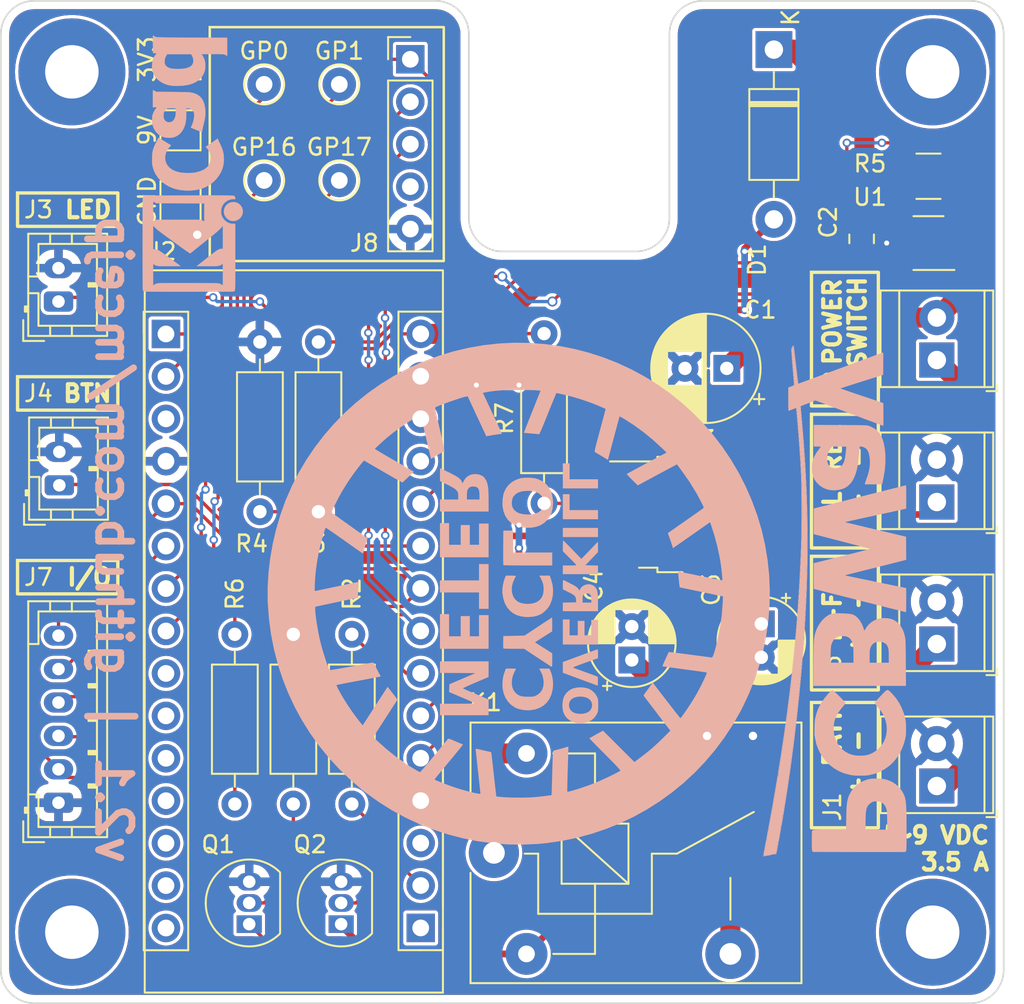
<source format=kicad_pcb>
(kicad_pcb (version 20211014) (generator pcbnew)
  (title_block (comment 4 "PCBWay Project ID: 2e97df12-80a1-4a69-84c1-35d150f29c90"))
  (layers (0 "F.Cu" signal) (31 "B.Cu" signal) (34 "B.Paste" user) (35 "F.Paste" user) (36 "B.SilkS" user "B.Silkscreen") (37 "F.SilkS" user "F.Silkscreen") (38 "B.Mask" user) (39 "F.Mask" user) (44 "Edge.Cuts" user))
  (net 0 "")
  (net 1 "+9V")
  (net 2 "+BATT")
  (net 3 "GND")
  (net 4 "/BTN_CASE")
  (net 5 "/L_R_+")
  (net 6 "/L_F_+")
  (net 7 "+3V3")
  (net 8 "/MCU_SDA")
  (net 9 "/MCU_SCL")
  (net 10 "/REED")
  (net 12 "Net-(Q1-Pad2)")
  (net 13 "Net-(Q2-Pad2)")
  (net 14 "/AUX1_CTL")
  (net 15 "/AUX2_CTL")
  (net 16 "/VBAT_MEAS")
  (net 17 "/I_MEAS")
  (net 35 "Net-(C1-Pad1)")
  (net 36 "Net-(J7-Pad5)")
  (net 37 "Net-(U2-Pad1)")
  (net 38 "Net-(U2-Pad2)")
  (net 39 "Net-(U2-Pad7)")
  (net 40 "Net-(U2-Pad8)")
  (net 41 "Net-(K1-Pad2)")
  (net 42 "Net-(Q1-Pad1)")
  (footprint "Package_TO_SOT_THT:TO-92_Inline" (layer "F.Cu") (at 114.86 155.27 90)
    (fp_text reference "Q1" (at 4.77 -1.86 180) (layer "F.SilkS"))
    (fp_text value "BC547")
    (pad "1" thru_hole rect (at 0 0 90) (size 1.05 1.5) (drill 0.75) (layers *.Cu *.Mask) (net 42 "Net-(Q1-Pad1)"))
    (pad "2" thru_hole oval (at 1.27 0 90) (size 1.05 1.5) (drill 0.75) (layers *.Cu *.Mask) (net 12 "Net-(Q1-Pad2)"))
    (pad "3" thru_hole oval (at 2.54 0 90) (size 1.05 1.5) (drill 0.75) (layers *.Cu *.Mask) (net 3 "GND"))
  )
  (footprint "Resistor_SMD:R_1210_3225Metric_Pad1.30x2.65mm_HandSolder" (layer "F.Cu") (at 155.5 110.5 180)
    (fp_text reference "R5" (at 3.5 0.75) (layer "F.SilkS"))
    (fp_text value "0.02R")
    (pad "1" smd roundrect (at -1.55 0 180) (size 1.3 2.65) (layers "F.Cu" "F.Paste" "F.Mask") (roundrect_rratio 0.1923076923) (net 35 "Net-(C1-Pad1)"))
    (pad "2" smd roundrect (at 1.55 0 180) (size 1.3 2.65) (layers "F.Cu" "F.Paste" "F.Mask") (roundrect_rratio 0.1923076923) (net 1 "+9V"))
  )
  (footprint "Capacitor_SMD:C_0805_2012Metric_Pad1.18x1.45mm_HandSolder" (layer "F.Cu") (at 151.5 114.25 90)
    (fp_text reference "C2" (at 1 -2 90) (layer "F.SilkS"))
    (fp_text value "100n")
    (pad "1" smd roundrect (at -1.0375 0 90) (size 1.175 1.45) (layers "F.Cu" "F.Paste" "F.Mask") (roundrect_rratio 0.2127659574) (net 7 "+3V3"))
    (pad "2" smd roundrect (at 1.0375 0 90) (size 1.175 1.45) (layers "F.Cu" "F.Paste" "F.Mask") (roundrect_rratio 0.2127659574) (net 3 "GND"))
  )
  (footprint "TerminalBlock_TE-Connectivity:TerminalBlock_TE_282834-2_1x02_P2.54mm_Horizontal" (layer "F.Cu") (at 156 138.5 90)
    (fp_text reference "J6" (at -1.5 -6.25 270) (layer "F.SilkS"))
    (fp_text value "Light_F")
    (pad "1" thru_hole rect (at 0 0 90) (size 2.1 2.1) (drill 1.1) (layers *.Cu *.Mask) (net 6 "/L_F_+"))
    (pad "2" thru_hole circle (at 2.54 0 90) (size 2.1 2.1) (drill 1.1) (layers *.Cu *.Mask) (net 3 "GND"))
  )
  (footprint "Connector_PinHeader_2.54mm:PinHeader_1x05_P2.54mm_Vertical" (layer "F.Cu") (at 124.5 103.5)
    (fp_text reference "J8" (at -2.75 11) (layer "F.SilkS"))
    (fp_text value "Rtc_hdr")
    (pad "1" thru_hole rect (at 0 0) (size 1.7 1.7) (drill 1) (layers *.Cu *.Mask) (net 7 "+3V3"))
    (pad "2" thru_hole oval (at 0 2.54) (size 1.7 1.7) (drill 1) (layers *.Cu *.Mask) (net 8 "/MCU_SDA"))
    (pad "3" thru_hole oval (at 0 5.08) (size 1.7 1.7) (drill 1) (layers *.Cu *.Mask) (net 9 "/MCU_SCL"))
    (pad "4" thru_hole oval (at 0 7.62) (size 1.7 1.7) (drill 1) (layers *.Cu *.Mask))
    (pad "5" thru_hole oval (at 0 10.16) (size 1.7 1.7) (drill 1) (layers *.Cu *.Mask) (net 3 "GND"))
  )
  (footprint "MountingHole:MountingHole_3.2mm_M3_Pad" (layer "F.Cu") (at 104.25 104.25)
    (fp_text reference "H4" hide)
    (fp_text value "MountingHole" hide)
    (pad "1" thru_hole circle (at 0 0) (size 6.4 6.4) (drill 3.2) (layers *.Cu *.Mask))
  )
  (footprint "Resistor_THT:R_Axial_DIN0207_L6.3mm_D2.5mm_P10.16mm_Horizontal" (layer "F.Cu") (at 121 148.08 90)
    (fp_text reference "R2" (at 12.58 0 90) (layer "F.SilkS"))
    (fp_text value "1k")
    (pad "1" thru_hole circle (at 0 0 90) (size 1.6 1.6) (drill 0.8) (layers *.Cu *.Mask) (net 13 "Net-(Q2-Pad2)"))
    (pad "2" thru_hole oval (at 10.16 0 90) (size 1.6 1.6) (drill 0.8) (layers *.Cu *.Mask) (net 15 "/AUX2_CTL"))
  )
  (footprint "Connector_JST:JST_PH_B2B-PH-K_1x02_P2.00mm_Vertical" (layer "F.Cu") (at 103.5 129 90)
    (fp_text reference "J4" (at 5.5 -1.25 180) (layer "F.SilkS"))
    (fp_text value "Btn_box")
    (pad "1" thru_hole roundrect (at 0 0 90) (size 1.2 1.75) (drill 0.75) (layers *.Cu *.Mask) (roundrect_rratio 0.2083333333) (net 4 "/BTN_CASE"))
    (pad "2" thru_hole oval (at 2 0 90) (size 1.2 1.75) (drill 0.75) (layers *.Cu *.Mask) (net 3 "GND"))
  )
  (footprint "TestPoint:TestPoint_Pad_2.0x2.0mm" (layer "F.Cu") (at 110.75 107.75)
    (fp_text reference "TP2" hide)
    (fp_text value "9V" (at -2 0 90) (layer "F.SilkS"))
    (pad "1" smd rect (at 0 0) (size 2 2) (layers "F.Cu" "F.Mask") (net 1 "+9V"))
  )
  (footprint "Resistor_THT:R_Axial_DIN0207_L6.3mm_D2.5mm_P10.16mm_Horizontal" (layer "F.Cu") (at 119 120.42 -90)
    (fp_text reference "R3" (at 12.08 0.5) (layer "F.SilkS"))
    (fp_text value "30k")
    (pad "1" thru_hole circle (at 0 0 270) (size 1.6 1.6) (drill 0.8) (layers *.Cu *.Mask) (net 35 "Net-(C1-Pad1)"))
    (pad "2" thru_hole oval (at 10.16 0 270) (size 1.6 1.6) (drill 0.8) (layers *.Cu *.Mask) (net 16 "/VBAT_MEAS"))
  )
  (footprint "Relay_THT:Relay_SPST_SANYOU_SRD_Series_Form_A" (layer "F.Cu") (at 129.5 151)
    (fp_text reference "K1" (at -0.5 -9) (layer "F.SilkS"))
    (fp_text value "LEG1A-5")
    (pad "1" thru_hole circle (at 0 0 90) (size 3 3) (drill 1.3) (layers *.Cu *.Mask) (net 1 "+9V"))
    (pad "2" thru_hole circle (at 1.95 6.05 90) (size 2.5 2.5) (drill 1) (layers *.Cu *.Mask) (net 41 "Net-(K1-Pad2)"))
    (pad "3" thru_hole circle (at 14.15 6.05 90) (size 3 3) (drill 1.3) (layers *.Cu *.Mask) (net 6 "/L_F_+"))
    (pad "5" thru_hole circle (at 1.95 -5.95 90) (size 2.5 2.5) (drill 1) (layers *.Cu *.Mask) (net 1 "+9V"))
  )
  (footprint "Resistor_THT:R_Axial_DIN0207_L6.3mm_D2.5mm_P10.16mm_Horizontal" (layer "F.Cu") (at 132.5 130.08 90)
    (fp_text reference "R7" (at 5.08 -2.37 90) (layer "F.SilkS"))
    (fp_text value "10k")
    (pad "1" thru_hole circle (at 0 0 90) (size 1.6 1.6) (drill 0.8) (layers *.Cu *.Mask) (net 42 "Net-(Q1-Pad1)"))
    (pad "2" thru_hole oval (at 10.16 0 90) (size 1.6 1.6) (drill 0.8) (layers *.Cu *.Mask) (net 1 "+9V"))
  )
  (footprint "Resistor_THT:R_Axial_DIN0207_L6.3mm_D2.5mm_P10.16mm_Horizontal" (layer "F.Cu") (at 115.5 130.58 90)
    (fp_text reference "R4" (at -1.92 -0.5 180) (layer "F.SilkS"))
    (fp_text value "10k")
    (pad "1" thru_hole circle (at 0 0 90) (size 1.6 1.6) (drill 0.8) (layers *.Cu *.Mask) (net 16 "/VBAT_MEAS"))
    (pad "2" thru_hole oval (at 10.16 0 90) (size 1.6 1.6) (drill 0.8) (layers *.Cu *.Mask) (net 3 "GND"))
  )
  (footprint "TestPoint:TestPoint_Pad_2.0x2.0mm" (layer "F.Cu") (at 110.75 103.5)
    (fp_text reference "TP3" hide)
    (fp_text value "3V3" (at -2 0 90) (layer "F.SilkS"))
    (pad "1" smd rect (at 0 0) (size 2 2) (layers "F.Cu" "F.Mask") (net 7 "+3V3"))
  )
  (footprint "TestPoint:TestPoint_THTPad_D2.0mm_Drill1.0mm" (layer "F.Cu") (at 115.75 105)
    (fp_text reference "GP0" (at 0 -1.998) (layer "F.SilkS"))
    (fp_text value "TestPoint")
    (pad "1" thru_hole circle (at 0 0) (size 2 2) (drill 1) (layers *.Cu *.Mask) (net 37 "Net-(U2-Pad1)"))
  )
  (footprint "Package_TO_SOT_SMD:SOT-23-5_HandSoldering" (layer "F.Cu") (at 155.5 114.5 180)
    (fp_text reference "U1" (at 3.5 2.75 180) (layer "F.SilkS"))
    (fp_text value "INA194")
    (pad "1" smd rect (at -1.35 -0.95 180) (size 1.56 0.65) (layers "F.Cu" "F.Paste" "F.Mask") (net 17 "/I_MEAS"))
    (pad "2" smd rect (at -1.35 0 180) (size 1.56 0.65) (layers "F.Cu" "F.Paste" "F.Mask") (net 3 "GND"))
    (pad "3" smd rect (at -1.35 0.95 180) (size 1.56 0.65) (layers "F.Cu" "F.Paste" "F.Mask") (net 35 "Net-(C1-Pad1)"))
    (pad "4" smd rect (at 1.35 0.95 180) (size 1.56 0.65) (layers "F.Cu" "F.Paste" "F.Mask") (net 1 "+9V"))
    (pad "5" smd rect (at 1.35 -0.95 180) (size 1.56 0.65) (layers "F.Cu" "F.Paste" "F.Mask") (net 7 "+3V3"))
  )
  (footprint "Capacitor_THT:CP_Radial_D5.0mm_P2.00mm" (layer "F.Cu") (at 137.75 139.455113 90)
    (fp_text reference "C4" (at 4.455113 -2.268 90) (layer "F.SilkS"))
    (fp_text value "10u")
    (pad "1" thru_hole rect (at 0 0 90) (size 1.6 1.6) (drill 0.8) (layers *.Cu *.Mask) (net 6 "/L_F_+"))
    (pad "2" thru_hole circle (at 2 0 90) (size 1.6 1.6) (drill 0.8) (layers *.Cu *.Mask) (net 3 "GND"))
  )
  (footprint "Resistor_THT:R_Axial_DIN0207_L6.3mm_D2.5mm_P10.16mm_Horizontal" (layer "F.Cu") (at 117.5 148.08 90)
    (fp_text reference "R1" (at 12.58 0 90) (layer "F.SilkS"))
    (fp_text value "1k")
    (pad "1" thru_hole circle (at 0 0 90) (size 1.6 1.6) (drill 0.8) (layers *.Cu *.Mask) (net 12 "Net-(Q1-Pad2)"))
    (pad "2" thru_hole oval (at 10.16 0 90) (size 1.6 1.6) (drill 0.8) (layers *.Cu *.Mask) (net 14 "/AUX1_CTL"))
  )
  (footprint "TerminalBlock_TE-Connectivity:TerminalBlock_TE_282834-2_1x02_P2.54mm_Horizontal" (layer "F.Cu") (at 156 147 90)
    (fp_text reference "J1" (at -1.25 -6.25 90) (layer "F.SilkS"))
    (fp_text value "Power_in")
    (pad "1" thru_hole rect (at 0 0 90) (size 2.1 2.1) (drill 1.1) (layers *.Cu *.Mask) (net 2 "+BATT"))
    (pad "2" thru_hole circle (at 2.54 0 90) (size 2.1 2.1) (drill 1.1) (layers *.Cu *.Mask) (net 3 "GND"))
  )
  (footprint "Resistor_THT:R_Axial_DIN0207_L6.3mm_D2.5mm_P10.16mm_Horizontal" (layer "F.Cu") (at 114 148.08 90)
    (fp_text reference "R6" (at 12.58 0 90) (layer "F.SilkS"))
    (fp_text value "1k")
    (pad "1" thru_hole circle (at 0 0 90) (size 1.6 1.6) (drill 0.8) (layers *.Cu *.Mask) (net 7 "+3V3"))
    (pad "2" thru_hole oval (at 10.16 0 90) (size 1.6 1.6) (drill 0.8) (layers *.Cu *.Mask) (net 10 "/REED"))
  )
  (footprint "TestPoint:TestPoint_Pad_2.0x2.0mm" (layer "F.Cu") (at 110.75 112)
    (fp_text reference "TP1" hide)
    (fp_text value "GND" (at -2 0 270) (layer "F.SilkS"))
    (pad "1" smd rect (at 0 0) (size 2 2) (layers "F.Cu" "F.Mask") (net 3 "GND"))
  )
  (footprint "RP2040_Connect:RP2040_Connect" (layer "F.Cu") (at 117.5 155.5 180)
    (fp_text reference "U2" (at 8 40.5) (layer "F.SilkS"))
    (fp_text value "RP2040_Connect")
    (pad "1" thru_hole rect (at 7.62 35.56) (size 1.7 1.7) (drill 1) (layers *.Cu *.Mask) (net 37 "Net-(U2-Pad1)"))
    (pad "2" thru_hole oval (at 7.62 33.02) (size 1.7 1.7) (drill 1) (layers *.Cu *.Mask) (net 38 "Net-(U2-Pad2)"))
    (pad "3" thru_hole oval (at 7.62 30.48) (size 1.7 1.7) (drill 1) (layers *.Cu *.Mask))
    (pad "4" thru_hole oval (at 7.62 27.94) (size 1.7 1.7) (drill 1) (layers *.Cu *.Mask) (net 3 "GND"))
    (pad "5" thru_hole oval (at 7.62 25.4) (size 1.7 1.7) (drill 1) (layers *.Cu *.Mask) (net 10 "/REED"))
    (pad "6" thru_hole oval (at 7.62 22.86) (size 1.7 1.7) (drill 1) (layers *.Cu *.Mask) (net 36 "Net-(J7-Pad5)"))
    (pad "7" thru_hole oval (at 7.62 20.32) (size 1.7 1.7) (drill 1) (layers *.Cu *.Mask) (net 39 "Net-(U2-Pad7)"))
    (pad "8" thru_hole oval (at 7.62 17.78) (size 1.7 1.7) (drill 1) (layers *.Cu *.Mask) (net 40 "Net-(U2-Pad8)"))
    (pad "9" thru_hole oval (at 7.62 15.24) (size 1.7 1.7) (drill 1) (layers *.Cu *.Mask))
    (pad "10" thru_hole oval (at 7.62 12.7) (size 1.7 1.7) (drill 1) (layers *.Cu *.Mask))
    (pad "11" thru_hole oval (at 7.62 10.16) (size 1.7 1.7) (drill 1) (layers *.Cu *.Mask))
    (pad "12" thru_hole oval (at 7.62 7.62) (size 1.7 1.7) (drill 1) (layers *.Cu *.Mask))
    (pad "13" thru_hole oval (at 7.62 5.08) (size 1.7 1.7) (drill 1) (layers *.Cu *.Mask))
    (pad "14" thru_hole oval (at 7.62 2.54) (size 1.7 1.7) (drill 1) (layers *.Cu *.Mask))
    (pad "15" thru_hole oval (at 7.62 0) (size 1.7 1.7) (drill 1) (layers *.Cu *.Mask))
    (pad "16" thru_hole rect (at -7.62 0.005 180) (size 1.7 1.7) (drill 1) (layers *.Cu *.Mask))
    (pad "17" thru_hole oval (at -7.62 2.545 180) (size 1.7 1.7) (drill 1) (layers *.Cu *.Mask) (net 7 "+3V3"))
    (pad "18" thru_hole oval (at -7.62 5.085 180) (size 1.7 1.7) (drill 1) (layers *.Cu *.Mask))
    (pad "19" thru_hole oval (at -7.62 7.625 180) (size 1.7 1.7) (drill 1) (layers *.Cu *.Mask))
    (pad "20" thru_hole oval (at -7.62 10.165 180) (size 1.7 1.7) (drill 1) (layers *.Cu *.Mask) (net 4 "/BTN_CASE"))
    (pad "21" thru_hole oval (at -7.62 12.705 180) (size 1.7 1.7) (drill 1) (layers *.Cu *.Mask) (net 15 "/AUX2_CTL"))
    (pad "22" thru_hole oval (at -7.62 15.245 180) (size 1.7 1.7) (drill 1) (layers *.Cu *.Mask) (net 14 "/AUX1_CTL"))
    (pad "23" thru_hole oval (at -7.62 17.785 180) (size 1.7 1.7) (drill 1) (layers *.Cu *.Mask) (net 8 "/MCU_SDA"))
    (pad "24" thru_hole oval (at -7.62 20.325 180) (size 1.7 1.7) (drill 1) (layers *.Cu *.Mask) (net 9 "/MCU_SCL"))
    (pad "25" thru_hole oval (at -7.62 22.865 180) (size 1.7 1.7) (drill 1) (layers *.Cu *.Mask) (net 16 "/VBAT_MEAS"))
    (pad "26" thru_hole oval (at -7.62 25.405 180) (size 1.7 1.7) (drill 1) (layers *.Cu *.Mask) (net 17 "/I_MEAS"))
    (pad "27" thru_hole oval (at -7.62 27.945 180) (size 1.7 1.7) (drill 1) (layers *.Cu *.Mask))
    (pad "28" thru_hole oval (at -7.62 30.485 180) (size 1.7 1.7) (drill 1) (layers *.Cu *.Mask))
    (pad "29" thru_hole oval (at -7.62 33.025 180) (size 1.7 1.7) (drill 1) (layers *.Cu *.Mask) (net 3 "GND"))
    (pad "30" thru_hole oval (at -7.62 35.565 180) (size 1.7 1.7) (drill 1) (layers *.Cu *.Mask) (net 1 "+9V"))
  )
  (footprint "Diode_THT:D_DO-41_SOD81_P10.16mm_Horizontal" (layer "F.Cu") (at 146.25 102.92 -90)
    (fp_text reference "D1" (at 12.58 1 90) (layer "F.SilkS"))
    (fp_text value "1N4007")
    (fp_text user "K" (at -1.92 -1 90) (layer "F.SilkS"))
    (pad "1" thru_hole rect (at 0 0 270) (size 2.2 2.2) (drill 1.1) (layers *.Cu *.Mask) (net 1 "+9V"))
    (pad "2" thru_hole oval (at 10.16 0 270) (size 2.2 2.2) (drill 1.1) (layers *.Cu *.Mask) (net 41 "Net-(K1-Pad2)"))
  )
  (footprint "TestPoint:TestPoint_THTPad_D2.0mm_Drill1.0mm" (layer "F.Cu") (at 120.25 110.75)
    (fp_text reference "GP17" (at 0 -1.998) (layer "F.SilkS"))
    (fp_text value "TestPoint")
    (pad "1" thru_hole circle (at 0 0) (size 2 2) (drill 1) (layers *.Cu *.Mask) (net 40 "Net-(U2-Pad8)"))
  )
  (footprint "Package_TO_SOT_THT:TO-92_Inline" (layer "F.Cu") (at 120.36 155.27 90)
    (fp_text reference "Q2" (at 4.77 -1.86 180) (layer "F.SilkS"))
    (fp_text value "BC547")
    (pad "1" thru_hole rect (at 0 0 90) (size 1.05 1.5) (drill 0.75) (layers *.Cu *.Mask) (net 41 "Net-(K1-Pad2)"))
    (pad "2" thru_hole oval (at 1.27 0 90) (size 1.05 1.5) (drill 0.75) (layers *.Cu *.Mask) (net 13 "Net-(Q2-Pad2)"))
    (pad "3" thru_hole oval (at 2.54 0 90) (size 1.05 1.5) (drill 0.75) (layers *.Cu *.Mask) (net 3 "GND"))
  )
  (footprint "MountingHole:MountingHole_3.2mm_M3_Pad" (layer "F.Cu") (at 104.25 155.75)
    (fp_text reference "H1" hide)
    (fp_text value "MountingHole" hide)
    (pad "1" thru_hole circle (at 0 0) (size 6.4 6.4) (drill 3.2) (layers *.Cu *.Mask))
  )
  (footprint "Capacitor_THT:CP_Radial_D5.0mm_P2.00mm" (layer "F.Cu") (at 145.5 137.294888 -90)
    (fp_text reference "C3" (at -2.044888 3 90) (layer "F.SilkS"))
    (fp_text value "10u")
    (pad "1" thru_hole rect (at 0 0 270) (size 1.6 1.6) (drill 0.8) (layers *.Cu *.Mask) (net 5 "/L_R_+"))
    (pad "2" thru_hole circle (at 2 0 270) (size 1.6 1.6) (drill 0.8) (layers *.Cu *.Mask) (net 3 "GND"))
  )
  (footprint "TerminalBlock_TE-Connectivity:TerminalBlock_TE_282834-2_1x02_P2.54mm_Horizontal" (layer "F.Cu") (at 156 121.5 90)
    (fp_text reference "J2" (at -1.5 -6.25 270) (layer "F.SilkS"))
    (fp_text value "Power_sw")
    (pad "1" thru_hole rect (at 0 0 90) (size 2.1 2.1) (drill 1.1) (layers *.Cu *.Mask) (net 2 "+BATT"))
    (pad "2" thru_hole circle (at 2.54 0 90) (size 2.1 2.1) (drill 1.1) (layers *.Cu *.Mask) (net 35 "Net-(C1-Pad1)"))
  )
  (footprint "Connector_JST:JST_PH_B6B-PH-K_1x06_P2.00mm_Vertical" (layer "F.Cu") (at 103.45 148 90)
    (fp_text reference "J7" (at 13.5 -1.2 180) (layer "F.SilkS"))
    (fp_text value "Harness_conn")
    (pad "1" thru_hole roundrect (at 0 0 90) (size 1.2 1.75) (drill 0.75) (layers *.Cu *.Mask) (roundrect_rratio 0.2083333333) (net 3 "GND"))
    (pad "2" thru_hole oval (at 2 0 90) (size 1.2 1.75) (drill 0.75) (layers *.Cu *.Mask) (net 7 "+3V3"))
    (pad "3" thru_hole oval (at 4 0 90) (size 1.2 1.75) (drill 0.75) (layers *.Cu *.Mask) (net 8 "/MCU_SDA"))
    (pad "4" thru_hole oval (at 6 0 90) (size 1.2 1.75) (drill 0.75) (layers *.Cu *.Mask) (net 9 "/MCU_SCL"))
    (pad "5" thru_hole oval (at 8 0 90) (size 1.2 1.75) (drill 0.75) (layers *.Cu *.Mask) (net 36 "Net-(J7-Pad5)"))
    (pad "6" thru_hole oval (at 10 0 90) (size 1.2 1.75) (drill 0.75) (layers *.Cu *.Mask) (net 10 "/REED"))
  )
  (footprint "Package_TO_SOT_SMD:TO-252-2" (layer "F.Cu") (at 141.75 130.75)
    (fp_text reference "Q3" (at 0 -4.5) (layer "F.SilkS"))
    (fp_text value "IRFR9024")
    (pad "1" smd rect (at -4.2 -2.28) (size 2.2 1.2) (layers "F.Cu" "F.Paste" "F.Mask") (net 42 "Net-(Q1-Pad1)"))
    (pad "2" smd rect (at 2.1 0) (size 6.4 5.8) (layers "F.Cu" "F.Mask") (net 5 "/L_R_+"))
    (pad "3" smd rect (at -4.2 2.28) (size 2.2 1.2) (layers "F.Cu" "F.Paste" "F.Mask") (net 1 "+9V"))
  )
  (footprint "Capacitor_THT:CP_Radial_D6.3mm_P2.50mm" (layer "F.Cu") (at 143.432379 122 180)
    (fp_text reference "C1" (at -2 3.5) (layer "F.SilkS"))
    (fp_text value "100u")
    (pad "1" thru_hole rect (at 0 0 180) (size 1.6 1.6) (drill 0.8) (layers *.Cu *.Mask) (net 35 "Net-(C1-Pad1)"))
    (pad "2" thru_hole circle (at 2.5 0 180) (size 1.6 1.6) (drill 0.8) (layers *.Cu *.Mask) (net 3 "GND"))
  )
  (footprint "TerminalBlock_TE-Connectivity:TerminalBlock_TE_282834-2_1x02_P2.54mm_Horizontal" (layer "F.Cu") (at 156 130 90)
    (fp_text reference "J5" (at -1.5 -6.25 270) (layer "F.SilkS"))
    (fp_text value "Light_R")
    (pad "1" thru_hole rect (at 0 0 90) (size 2.1 2.1) (drill 1.1) (layers *.Cu *.Mask) (net 5 "/L_R_+"))
    (pad "2" thru_hole circle (at 2.54 0 90) (size 2.1 2.1) (drill 1.1) (layers *.Cu *.Mask) (net 3 "GND"))
  )
  (footprint "TestPoint:TestPoint_THTPad_D2.0mm_Drill1.0mm" (layer "F.Cu") (at 115.75 110.75)
    (fp_text reference "GP16" (at 0 -1.998) (layer "F.SilkS"))
    (fp_text value "TestPoint")
    (pad "1" thru_hole circle (at 0 0) (size 2 2) (drill 1) (layers *.Cu *.Mask) (net 39 "Net-(U2-Pad7)"))
  )
  (footprint "Connector_JST:JST_PH_B2B-PH-K_1x02_P2.00mm_Vertical" (layer "F.Cu") (at 103.45 118 90)
    (fp_text reference "J3" (at 5.5 -1.2 180) (layer "F.SilkS"))
    (fp_text value "Power_led")
    (pad "1" thru_hole roundrect (at 0 0 90) (size 1.2 1.75) (drill 0.75) (layers *.Cu *.Mask) (roundrect_rratio 0.2083333333) (net 1 "+9V"))
    (pad "2" thru_hole oval (at 2 0 90) (size 1.2 1.75) (drill 0.75) (layers *.Cu *.Mask) (net 3 "GND"))
  )
  (footprint "TestPoint:TestPoint_THTPad_D2.0mm_Drill1.0mm" (layer "F.Cu") (at 120.25 105)
    (fp_text reference "GP1" (at 0 -1.998) (layer "F.SilkS"))
    (fp_text value "TestPoint")
    (pad "1" thru_hole circle (at 0 0) (size 2 2) (drill 1) (layers *.Cu *.Mask) (net 38 "Net-(U2-Pad2)"))
  )
  (footprint "MountingHole:MountingHole_3.2mm_M3_Pad" (layer "F.Cu") (at 155.75 155.75)
    (fp_text reference "H2" hide)
    (fp_text value "MountingHole" hide)
    (pad "1" thru_hole circle (at 0 0) (size 6.4 6.4) (drill 3.2) (layers *.Cu *.Mask))
  )
  (footprint "MountingHole:MountingHole_3.2mm_M3_Pad" (layer "F.Cu") (at 155.75 104.25)
    (fp_text reference "H3" hide)
    (fp_text value "MountingHole" hide)
    (pad "1" thru_hole circle (at 0 0) (size 6.4 6.4) (drill 3.2) (layers *.Cu *.Mask))
  )
  (footprint "Symbol:KiCad-Logo_6mm_SilkScreen" (layer "B.Cu") (at 111.5 109.75 90)
    (fp_text reference "REF**" hide)
    (fp_text value "KiCad-Logo_6mm_SilkScreen" hide)
  )
  (footprint "PCBway:PCBway_logo" (layer "B.Cu") (at 150.25 136.25 90)
    (fp_text reference "G***" hide)
    (fp_text value "LOGO" hide)
  )
  (footprint "PCBway:OCM_logo" (layer "B.Cu") (at 131 135.5 90)
    (fp_text reference "G***" hide)
    (fp_text value "LOGO" hide)
  )
  (gr_rect (start 112.5 101.575) (end 126.5 115.575) (layer "F.SilkS") (width 0.15) (fill none))
  (gr_rect (start 101 133.5) (end 107 135.5) (layer "F.SilkS") (width 0.2) (fill none))
  (gr_rect (start 101 111.5) (end 107 113.5) (layer "F.SilkS") (width 0.2) (fill none))
  (gr_rect (start 148.5 133.25) (end 152.5 141.25) (layer "F.SilkS") (width 0.2) (fill none))
  (gr_rect (start 101 122.5) (end 107 124.5) (layer "F.SilkS") (width 0.2) (fill none))
  (gr_rect (start 148.5 124.75) (end 152.5 132.75) (layer "F.SilkS") (width 0.2) (fill none))
  (gr_rect (start 148.5 142) (end 152.5 149.5) (layer "F.SilkS") (width 0.2) (fill none))
  (gr_rect (start 148.5 116.25) (end 152.5 124.25) (layer "F.SilkS") (width 0.2) (fill none))
  (gr_line (start 140 113) (end 140 102) (layer "Edge.Cuts") (width 0.1))
  (gr_line (start 100 158) (end 100 102) (layer "Edge.Cuts") (width 0.1))
  (gr_arc (start 100 102) (mid 100.585786 100.585786) (end 102 100) (layer "Edge.Cuts") (width 0.1))
  (gr_line (start 128 102) (end 128 113) (layer "Edge.Cuts") (width 0.1))
  (gr_line (start 102 100) (end 126 100) (layer "Edge.Cuts") (width 0.1))
  (gr_arc (start 158 100) (mid 159.414214 100.585786) (end 160 102) (layer "Edge.Cuts") (width 0.1))
  (gr_line (start 158 100) (end 142 100) (layer "Edge.Cuts") (width 0.1))
  (gr_line (start 158 160) (end 102 160) (layer "Edge.Cuts") (width 0.1))
  (gr_arc (start 126 100) (mid 127.414214 100.585786) (end 128 102) (layer "Edge.Cuts") (width 0.1))
  (gr_arc (start 102 160) (mid 100.585786 159.414214) (end 100 158) (layer "Edge.Cuts") (width 0.1))
  (gr_line (start 130 115) (end 138 115) (layer "Edge.Cuts") (width 0.1))
  (gr_line (start 160 102) (end 160 158) (layer "Edge.Cuts") (width 0.1))
  (gr_arc (start 140 102) (mid 140.585786 100.585786) (end 142 100) (layer "Edge.Cuts") (width 0.1))
  (gr_arc (start 160 158) (mid 159.414214 159.414214) (end 158 160) (layer "Edge.Cuts") (width 0.1))
  (gr_arc (start 130 115) (mid 128.585786 114.414214) (end 128 113) (layer "Edge.Cuts") (width 0.1))
  (gr_arc (start 140 113) (mid 139.414214 114.414214) (end 138 115) (layer "Edge.Cuts") (width 0.1))
  (gr_text "v2.1 | github.com/mcejp" (at 106.75 132.25 270) (layer "B.SilkS") (effects (font (size 2 2) (thickness 0.4)) (justify mirror)))
  (gr_text "+  -" (at 151.25 143.5 90) (layer "F.SilkS") (effects (font (size 1 1) (thickness 0.25)) (justify right)))
  (gr_text "SWITCH" (at 151.25 119.25 90) (layer "F.SilkS") (effects (font (size 1 1) (thickness 0.25))))
  (gr_text "+  -" (at 151.25 126.5 90) (layer "F.SilkS") (effects (font (size 1 1) (thickness 0.25)) (justify right)))
  (gr_text "L-FRT" (at 149.75 136 90) (layer "F.SilkS") (effects (font (size 1 1) (thickness 0.25))))
  (gr_text "+  -" (at 151.25 135 90) (layer "F.SilkS") (effects (font (size 1 1) (thickness 0.25)) (justify right)))
  (gr_text "5~9 VDC\n3.5 A" (at 159.25 150.75) (layer "F.SilkS") (effects (font (size 1 1) (thickness 0.25)) (justify right)))
  (gr_text "LED" (at 106.75 112.5) (layer "F.SilkS") (effects (font (size 1 1) (thickness 0.25)) (justify right)))
  (gr_text "L-REA" (at 149.75 125.25 90) (layer "F.SilkS") (effects (font (size 1 1) (thickness 0.25)) (justify right)))
  (gr_text "POWER" (at 149.75 116.5 90) (layer "F.SilkS") (effects (font (size 1 1) (thickness 0.25)) (justify right)))
  (gr_text "BTN" (at 106.75 123.5) (layer "F.SilkS") (effects (font (size 1 1) (thickness 0.25)) (justify right)))
  (gr_text "BATT" (at 149.75 142.25 90) (layer "F.SilkS") (effects (font (size 1 1) (thickness 0.25)) (justify right)))
  (gr_text "I/O" (at 106.75 134.5) (layer "F.SilkS") (effects (font (size 1 1) (thickness 0.25)) (justify right)))
  (segment (start 129.08 119.92) (end 129.065 119.935) (width 0.2) (layer "F.Cu") (net 1))
  (segment (start 129.5 119.5) (end 132.417122 116.582878) (width 1.2) (layer "F.Cu") (net 1))
  (segment (start 122.495486 120.81952) (end 121.18048 120.81952) (width 0.2) (layer "F.Cu") (net 1))
  (segment (start 153.95 110.5) (end 151.665755 110.5) (width 1.2) (layer "F.Cu") (net 1))
  (segment (start 148.167122 116.582878) (end 149.75 115) (width 1.2) (layer "F.Cu") (net 1))
  (segment (start 121.18048 120.81952) (end 120 122) (width 0.2) (layer "F.Cu") (net 1))
  (segment (start 151.5 110.5) (end 151.665755 110.5) (width 1.2) (layer "F.Cu") (net 1))
  (segment (start 108 117.75) (end 108 110.375) (width 0.2) (layer "F.Cu") (net 1))
  (segment (start 134.03 133.03) (end 133.03 132.03) (width 0.4) (layer "F.Cu") (net 1))
  (segment (start 131.45 145.05) (end 129.55 145.05) (width 1.2) (layer "F.Cu") (net 1))
  (segment (start 129.5 151) (end 129.5 145) (width 1.2) (layer "F.Cu") (net 1))
  (segment (start 149.75 115) (end 149.75 112.25) (width 1.2) (layer "F.Cu") (net 1))
  (segment (start 129.5 145) (end 129.5 132.25) (width 1.2) (layer "F.Cu") (net 1))
  (segment (start 123.380006 119.935) (end 122.495486 120.81952) (width 0.2) (layer "F.Cu") (net 1))
  (segment (start 125.12 119.935) (end 129.065 119.935) (width 1.2) (layer "F.Cu") (net 1))
  (segment (start 149.75 112.25) (end 151.5 110.5) (width 1.2) (layer "F.Cu") (net 1))
  (segment (start 125.12 119.935) (end 123.380006 119.935) (width 0.2) (layer "F.Cu") (net 1))
  (segment (start 108 117.75) (end 103.7 117.75) (width 0.2) (layer "F.Cu") (net 1))
  (segment (start 154.15 110.7) (end 153.95 110.5) (width 0.2) (layer "F.Cu") (net 1))
  (segment (start 129.72 132.03) (end 133.03 132.03) (width 0.4) (layer "F.Cu") (net 1))
  (segment (start 129.5 132.25) (end 129.5 119.5) (width 1.2) (layer "F.Cu") (net 1))
  (segment (start 137.55 133.03) (end 134.03 133.03) (width 0.4) (layer "F.Cu") (net 1))
  (segment (start 129.72 132.03) (end 129.5 132.25) (width 0.4) (layer "F.Cu") (net 1))
  (segment (start 117.25 119.75) (end 115.5 118) (width 0.2) (layer "F.Cu") (net 1))
  (segment (start 132.5 119.92) (end 129.08 119.92) (width 0.2) (layer "F.Cu") (net 1))
  (segment (start 151.665755 110.5) (end 151.665755 107.165755) (width 1.2) (layer "F.Cu") (net 1))
  (segment (start 117.25 121) (end 117.25 119.75) (width 0.2) (layer "F.Cu") (net 1))
  (segment (start 129.55 145.05) (end 129.5 145) (width 1.2) (layer "F.Cu") (net 1))
  (segment (start 112.7005 117.75) (end 108 117.75) (width 0.2) (layer "F.Cu") (net 1))
  (segment (start 108 110.375) (end 110.75 107.625) (width 0.2) (layer "F.Cu") (net 1))
  (segment (start 118.25 122) (end 117.25 121) (width 0.2) (layer "F.Cu") (net 1))
  (segment (start 151.665755 107.165755) (end 147.42 102.92) (width 1.2) (layer "F.Cu") (net 1))
  (segment (start 120 122) (end 118.25 122) (width 0.2) (layer "F.Cu") (net 1))
  (segment (start 103.7 117.75) (end 103.45 118) (width 0.2) (layer "F.Cu") (net 1))
  (segment (start 132.417122 116.582878) (end 148.167122 116.582878) (width 1.2) (layer "F.Cu") (net 1))
  (segment (start 129.065 119.935) (end 129.5 119.5) (width 1.2) (layer "F.Cu") (net 1))
  (segment (start 154.15 113.55) (end 154.15 110.7) (width 0.2) (layer "F.Cu") (net 1))
  (via (at 115.5 118) (size 0.5) (drill 0.3) (layers "F.Cu" "B.Cu") (net 1))
  (via (at 112.7005 117.75) (size 0.5) (drill 0.3) (layers "F.Cu" "B.Cu") (net 1))
  (segment (start 112.7005 117.75) (end 112.9505 118) (width 0.2) (layer "B.Cu") (net 1))
  (segment (start 112.9505 118) (end 115.5 118) (width 0.2) (layer "B.Cu") (net 1))
  (segment (start 156.5 147) (end 158.5 145) (width 1.2) (layer "F.Cu") (net 2))
  (segment (start 158.5 145) (end 158.5 124) (width 1.2) (layer "F.Cu") (net 2))
  (segment (start 156 147) (end 156.5 147) (width 1.2) (layer "F.Cu") (net 2))
  (segment (start 158.5 124) (end 156 121.5) (width 1.2) (layer "F.Cu") (net 2))
  (segment (start 110.75 113) (end 110.75 112) (width 0.2) (layer "F.Cu") (net 3))
  (segment (start 152.5375 114.5) (end 151.5 113.4625) (width 0.4) (layer "F.Cu") (net 3))
  (segment (start 156.85 114.5) (end 152.5375 114.5) (width 0.4) (layer "F.Cu") (net 3))
  (segment (start 153 114.5) (end 152.5375 114.5) (width 0.4) (layer "F.Cu") (net 3))
  (segment (start 111.75 114) (end 110.75 113) (width 0.2) (layer "F.Cu") (net 3))
  (via (at 111.75 114) (size 0.8) (drill 0.5) (layers "F.Cu" "B.Cu") (net 3))
  (via (at 153 114.5) (size 0.5) (drill 0.3) (layers "F.Cu" "B.Cu") (net 3))
  (via (at 145 144) (size 0.8) (drill 0.5) (layers "F.Cu" "B.Cu") (net 3))
  (via (at 142.25 144) (size 0.8) (drill 0.5) (layers "F.Cu" "B.Cu") (net 3))
  (segment (start 103.549511 128.950489) (end 110.950489 128.950489) (width 0.2) (layer "F.Cu") (net 4))
  (segment (start 104.450489 128.950489) (end 110.999989 128.950489) (width 0.2) (layer "F.Cu") (net 4))
  (segment (start 126 134) (end 127 135) (width 0.2) (layer "F.Cu") (net 4))
  (segment (start 127 143.455) (end 125.12 145.335) (width 0.2) (layer "F.Cu") (net 4))
  (segment (start 116.0495 134) (end 126 134) (width 0.2) (layer "F.Cu") (net 4))
  (segment (start 110.999989 128.950489) (end 116.0495 134) (width 0.2) (layer "F.Cu") (net 4))
  (segment (start 103.5 129) (end 103.549511 128.950489) (width 0.2) (layer "F.Cu") (net 4))
  (segment (start 127 135) (end 127 143.455) (width 0.2) (layer "F.Cu") (net 4))
  (segment (start 143.85 130.75) (end 143.85 135.644888) (width 0.4) (layer "F.Cu") (net 5))
  (segment (start 143.85 130.75) (end 155.25 130.75) (width 0.4) (layer "F.Cu") (net 5))
  (segment (start 155.25 130.75) (end 156 130) (width 0.4) (layer "F.Cu") (net 5))
  (segment (start 143.85 135.644888) (end 145.5 137.294888) (width 0.4) (layer "F.Cu") (net 5))
  (segment (start 140.794887 142.5) (end 137.75 139.455113) (width 1.2) (layer "F.Cu") (net 6))
  (segment (start 143.65 142.5) (end 143.65 157.05) (width 1.2) (layer "F.Cu") (net 6))
  (segment (start 151.5 142.5) (end 140.794887 142.5) (width 1.2) (layer "F.Cu") (net 6))
  (segment (start 156 138.5) (end 152 142.5) (width 1.2) (layer "F.Cu") (net 6))
  (segment (start 152 142.5) (end 144.05 142.5) (width 1.2) (layer "F.Cu") (net 6))
  (segment (start 151.2125 115.5375) (end 151.5 115.5375) (width 0.2) (layer "F.Cu") (net 7))
  (segment (start 133 118) (end 133.449031 117.550969) (width 0.2) (layer "F.Cu") (net 7))
  (segment (start 121.489511 146.489511) (end 123 148) (width 0.2) (layer "F.Cu") (net 7))
  (segment (start 103.939511 146.489511) (end 114.010489 146.489511) (width 0.2) (layer "F.Cu") (net 7))
  (segment (start 127 114.094572) (end 127 106) (width 0.2) (layer "F.Cu") (net 7))
  (segment (start 154.15 115.45) (end 151.5875 115.45) (width 0.2) (layer "F.Cu") (net 7))
  (segment (start 114 146.5) (end 114.010489 146.489511) (width 0.2) (layer "F.Cu") (net 7))
  (segment (start 130 116.5) (end 129.405428 116.5) (width 0.2) (layer "F.Cu") (net 7))
  (segment (start 103.45 146) (end 103.939511 146.489511) (width 0.2) (layer "F.Cu") (net 7))
  (segment (start 123 148) (end 123 150.835) (width 0.2) (layer "F.Cu") (net 7))
  (segment (start 133.449031 117.550969) (end 149.199031 117.550969) (width 0.2) (layer "F.Cu") (net 7))
  (segment (start 129.405428 116.5) (end 127 114.094572) (width 0.2) (layer "F.Cu") (net 7))
  (segment (start 101 114) (end 111.5 103.5) (width 0.2) (layer "F.Cu") (net 7))
  (segment (start 103.45 146) (end 101 143.55) (width 0.2) (layer "F.Cu") (net 7))
  (segment (start 151.5875 115.45) (end 151.5 115.5375) (width 0.2) (layer "F.Cu") (net 7))
  (segment (start 127 106) (end 124.5 103.5) (width 0.2) (layer "F.Cu") (net 7))
  (segment (start 111.5 103.5) (end 124.5 103.5) (width 0.2) (layer "F.Cu") (net 7))
  (segment (start 123 150.835) (end 125.12 152.955) (width 0.2) (layer "F.Cu") (net 7))
  (segment (start 149.199031 117.550969) (end 151.2125 115.5375) (width 0.2) (layer "F.Cu") (net 7))
  (segment (start 114 148.08) (end 114 146.5) (width 0.2) (layer "F.Cu") (net 7))
  (segment (start 101 143.55) (end 101 114) (width 0.2) (layer "F.Cu") (net 7))
  (segment (start 114.010489 146.489511) (end 121.489511 146.489511) (width 0.2) (layer "F.Cu") (net 7))
  (via (at 130 116.5) (size 0.6) (drill 0.4) (layers "F.Cu" "B.Cu") (net 7))
  (via (at 133 118) (size 0.6) (drill 0.4) (layers "F.Cu" "B.Cu") (net 7))
  (segment (start 130 116.5) (end 131.5 118) (width 0.2) (layer "B.Cu") (net 7))
  (segment (start 131.5 118) (end 133 118) (width 0.2) (layer "B.Cu") (net 7))
  (segment (start 111.001467 144.049511) (end 116.25 138.800978) (width 0.2) (layer "F.Cu") (net 8))
  (segment (start 122 108.54) (end 124.5 106.04) (width 0.2) (layer "F.Cu") (net 8))
  (segment (start 103.45 144) (end 103.499511 144.049511) (width 0.2) (layer "F.Cu") (net 8))
  (segment (start 116.25 138.800978) (end 116.25 137.25) (width 0.2) (layer "F.Cu") (net 8))
  (segment (start 122 121.5) (end 122 132) (width 0.2) (layer "F.Cu") (net 8))
  (segment (start 116.25 137.25) (end 116.75 136.75) (width 0.2) (layer "F.Cu") (net 8))
  (segment (start 116.75 136.75) (end 124.155 136.75) (width 0.2) (layer "F.Cu") (net 8))
  (segment (start 124.155 136.75) (end 125.12 137.715) (width 0.2) (layer "F.Cu") (net 8))
  (segment (start 121.986444 119.8705) (end 122 119.856944) (width 0.2) (layer "F.Cu") (net 8))
  (segment (start 122 119.856944) (end 122 108.54) (width 0.2) (layer "F.Cu") (net 8))
  (segment (start 103.499511 144.049511) (end 111.001467 144.049511) (width 0.2) (layer "F.Cu") (net 8))
  (via (at 122 121.5) (size 0.5) (drill 0.3) (layers "F.Cu" "B.Cu") (net 8))
  (via (at 121.986444 119.8705) (size 0.5) (drill 0.3) (layers "F.Cu" "B.Cu") (net 8))
  (via (at 122 132) (size 0.5) (drill 0.3) (layers "F.Cu" "B.Cu") (net 8))
  (segment (start 122 132) (end 122 134.595) (width 0.2) (layer "B.Cu") (net 8))
  (segment (start 122 121.5) (end 122 119.884056) (width 0.2) (layer "B.Cu") (net 8))
  (segment (start 122 134.595) (end 125.12 137.715) (width 0.2) (layer "B.Cu") (net 8))
  (segment (start 122 119.884056) (end 121.986444 119.8705) (width 0.2) (layer "B.Cu") (net 8))
  (segment (start 116.5 136.25) (end 115.75 137) (width 0.2) (layer "F.Cu") (net 9))
  (segment (start 123.046059 121.046059) (end 123 121.092118) (width 0.2) (layer "F.Cu") (net 9))
  (segment (start 123 118.972888) (end 123 110.08) (width 0.2) (layer "F.Cu") (net 9))
  (segment (start 115.75 137) (end 115.75 138.5) (width 0.2) (layer "F.Cu") (net 9))
  (segment (start 122.986444 118.986444) (end 123 118.972888) (width 0.2) (layer "F.Cu") (net 9))
  (segment (start 115.75 138.5) (end 112.599511 141.650489) (width 0.2) (layer "F.Cu") (net 9))
  (segment (start 112.599511 141.650489) (end 103.799511 141.650489) (width 0.2) (layer "F.Cu") (net 9))
  (segment (start 103.799511 141.650489) (end 103.45 142) (width 0.2) (layer "F.Cu") (net 9))
  (segment (start 123 121.092118) (end 123 132) (width 0.2) (layer "F.Cu") (net 9))
  (segment (start 124.045 136.25) (end 116.5 136.25) (width 0.2) (layer "F.Cu") (net 9))
  (segment (start 125.12 135.175) (end 124.045 136.25) (width 0.2) (layer "F.Cu") (net 9))
  (segment (start 123 110.08) (end 124.5 108.58) (width 0.2) (layer "F.Cu") (net 9))
  (via (at 122.986444 118.986444) (size 0.5) (drill 0.3) (layers "F.Cu" "B.Cu") (net 9))
  (via (at 123 132) (size 0.5) (drill 0.3) (layers "F.Cu" "B.Cu") (net 9))
  (via (at 123.046059 121.046059) (size 0.5) (drill 0.3) (layers "F.Cu" "B.Cu") (net 9))
  (segment (start 122.986444 120.986444) (end 123.046059 121.046059) (width 0.2) (layer "B.Cu") (net 9))
  (segment (start 123 132) (end 123 133.055) (width 0.2) (layer "B.Cu") (net 9))
  (segment (start 123 133.055) (end 125.12 135.175) (width 0.2) (layer "B.Cu") (net 9))
  (segment (start 122.986444 118.986444) (end 122.986444 120.986444) (width 0.2) (layer "B.Cu") (net 9))
  (segment (start 103.45 138) (end 103.45 136.53) (width 0.2) (layer "F.Cu") (net 10))
  (segment (start 111.35 130.1) (end 109.88 130.1) (width 0.2) (layer "F.Cu") (net 10))
  (segment (start 103.45 136.53) (end 109.88 130.1) (width 0.2) (layer "F.Cu") (net 10))
  (segment (start 114 137.92) (end 114 132.75) (width 0.2) (layer "F.Cu") (net 10))
  (segment (start 114 132.75) (end 111.35 130.1) (width 0.2) (layer "F.Cu") (net 10))
  (segment (start 114.86 154) (end 115.75 154) (width 0.2) (layer "F.Cu") (net 12))
  (segment (start 115.75 154) (end 117.5 152.25) (width 0.2) (layer "F.Cu") (net 12))
  (segment (start 117.5 152.25) (end 117.5 148.08) (width 0.2) (layer "F.Cu") (net 12))
  (segment (start 121.75 148.83) (end 121 148.08) (width 0.2) (layer "F.Cu") (net 13))
  (segment (start 121.25 154) (end 121.75 153.5) (width 0.2) (layer "F.Cu") (net 13))
  (segment (start 121.75 153.5) (end 121.75 148.83) (width 0.2) (layer "F.Cu") (net 13))
  (segment (start 120.36 154) (end 121.25 154) (width 0.2) (layer "F.Cu") (net 13))
  (segment (start 117.5 137.92) (end 119.08 139.5) (width 0.2) (layer "F.Cu") (net 14))
  (segment (start 123.5 139.5) (end 124.25 140.25) (width 0.2) (layer "F.Cu") (net 14))
  (segment (start 119.08 139.5) (end 123.5 139.5) (width 0.2) (layer "F.Cu") (net 14))
  (segment (start 125.810164 139) (end 126.5 139.689836) (width 0.2) (layer "F.Cu") (net 15))
  (segment (start 126.5 141.415) (end 125.12 142.795) (width 0.2) (layer "F.Cu") (net 15))
  (segment (start 122.08 139) (end 125.810164 139) (width 0.2) (layer "F.Cu") (net 15))
  (segment (start 121 137.92) (end 122.08 139) (width 0.2) (layer "F.Cu") (net 15))
  (segment (start 126.5 139.689836) (end 126.5 141.415) (width 0.2) (layer "F.Cu") (net 15))
  (segment (start 119 130.58) (end 121.055 132.635) (width 0.2) (layer "F.Cu") (net 16))
  (segment (start 115.5 130.58) (end 119 130.58) (width 0.2) (layer "F.Cu") (net 16))
  (segment (start 121.055 132.635) (end 125.12 132.635) (width 0.2) (layer "F.Cu") (net 16))
  (segment (start 127 128.215) (end 125.12 130.095) (width 0.2) (layer "F.Cu") (net 17))
  (segment (start 154.349511 117.950489) (end 136.593083 117.950489) (width 0.2) (layer "F.Cu") (net 17))
  (segment (start 156.85 115.45) (end 154.349511 117.950489) (width 0.2) (layer "F.Cu") (net 17))
  (segment (start 127 124.4505) (end 127 128.215) (width 0.2) (layer "F.Cu") (net 17))
  (segment (start 131.543572 123) (end 131 123) (width 0.2) (layer "F.Cu") (net 17))
  (segment (start 128.4505 123) (end 127 124.4505) (width 0.2) (layer "F.Cu") (net 17))
  (segment (start 136.593083 117.950489) (end 131.543572 123) (width 0.2) (layer "F.Cu") (net 17))
  (via (at 128.4505 123) (size 0.5) (drill 0.3) (layers "F.Cu" "B.Cu") (net 17))
  (via (at 131 123) (size 0.5) (drill 0.3) (layers "F.Cu" "B.Cu") (net 17))
  (segment (start 131 123) (end 128.5 123) (width 0.2) (layer "B.Cu") (net 17))
  (segment (start 128.5 123) (end 128.4505 123) (width 0.2) (layer "B.Cu") (net 17))
  (segment (start 125.25 117.5) (end 122.33 120.42) (width 0.2) (layer "F.Cu") (net 35))
  (segment (start 147.066642 115.683358) (end 131.816642 115.683358) (width 0.2) (layer "F.Cu") (net 35))
  (segment (start 156 118.96) (end 156.04 118.96) (width 1.2) (layer "F.Cu") (net 35))
  (segment (start 148.75 114) (end 147.066642 115.683358) (width 0.2) (layer "F.Cu") (net 35))
  (segment (start 156.85 110.7) (end 157.05 110.5) (width 0.2) (layer "F.Cu") (net 35))
  (segment (start 150.616255 108.5) (end 150.616255 109.883745) (width 0.2) (layer "F.Cu") (net 35))
  (segment (start 143.432379 122) (end 146.25 119.182379) (width 1.2) (layer "F.Cu") (net 35))
  (segment (start 148.75 111.75) (end 148.75 114) (width 0.2) (layer "F.Cu") (net 35))
  (segment (start 130 117.5) (end 125.25 117.5) (width 0.2) (layer "F.Cu") (net 35))
  (segment (start 156.04 118.96) (end 158.5 116.5) (width 1.2) (layer "F.Cu") (net 35))
  (segment (start 146.46 118.96) (end 156 118.96) (width 1.2) (layer "F.Cu") (net 35))
  (segment (start 150.616255 109.883745) (end 148.75 111.75) (width 0.2) (layer "F.Cu") (net 35))
  (segment (start 157.05 111.05) (end 157.05 110.5) (width 1.2) (layer "F.Cu") (net 35))
  (segment (start 158.5 116.5) (end 158.5 112.5) (width 1.2) (layer "F.Cu") (net 35))
  (segment (start 157.05 109.025) (end 157.05 110.5) (width 0.2) (layer "F.Cu") (net 35))
  (segment (start 152.715255 108.5) (end 156.525 108.5) (width 0.2) (layer "F.Cu") (net 35))
  (segment (start 156.85 113.55) (end 156.85 110.7) (width 0.2) (layer "F.Cu") (net 35))
  (segment (start 122.33 120.42) (end 119 120.42) (width 0.2) (layer "F.Cu") (net 35))
  (segment (start 158.5 112.5) (end 157.05 111.05) (width 1.2) (layer "F.Cu") (net 35))
  (segment (start 156.525 108.5) (end 157.05 109.025) (width 0.2) (layer "F.Cu") (net 35))
  (segment (start 131.816642 115.683358) (end 130 117.5) (width 0.2) (layer "F.Cu") (net 35))
  (via (at 150.616255 108.5) (size 0.5) (drill 0.3) (layers "F.Cu" "B.Cu") (net 35))
  (via (at 152.715255 108.5) (size 0.5) (drill 0.3) (layers "F.Cu" "B.Cu") (net 35))
  (segment (start 150.616255 108.5) (end 152.715255 108.5) (width 0.2) (layer "B.Cu") (net 35))
  (segment (start 103.75 140) (end 107.5 136.25) (width 0.2) (layer "F.Cu") (net 36))
  (segment (start 103.45 140) (end 103.75 140) (width 0.2) (layer "F.Cu") (net 36))
  (segment (start 107.5 136.25) (end 107.5 135.02) (width 0.2) (layer "F.Cu") (net 36))
  (segment (start 107.5 135.02) (end 109.88 132.64) (width 0.2) (layer "F.Cu") (net 36))
  (segment (start 113.25 118.25) (end 113.25 108.25) (width 0.2) (layer "F.Cu") (net 37))
  (segment (start 113.25 108.25) (end 116 105.5) (width 0.2) (layer "F.Cu") (net 37))
  (segment (start 111.56 119.94) (end 113.25 118.25) (width 0.2) (layer "F.Cu") (net 37))
  (segment (start 109.88 119.94) (end 111.56 119.94) (width 0.2) (layer "F.Cu") (net 37))
  (segment (start 113.75 109) (end 113.75 118.61) (width 0.2) (layer "F.Cu") (net 38))
  (segment (start 115 107.75) (end 113.75 109) (width 0.2) (layer "F.Cu") (net 38))
  (segment (start 113.75 118.61) (end 109.88 122.48) (width 0.2) (layer "F.Cu") (net 38))
  (segment (start 118 107.75) (end 115 107.75) (width 0.2) (layer "F.Cu") (net 38))
  (segment (start 120.25 105.5) (end 118 107.75) (width 0.2) (layer "F.Cu") (net 38))
  (segment (start 111.986444 131.513556) (end 111.986444 133.073556) (width 0.2) (layer "F.Cu") (net 39))
  (segment (start 114.14952 112.60048) (end 116.25 110.5) (width 0.2) (layer "F.Cu") (net 39))
  (segment (start 111.986444 133.073556) (end 109.88 135.18) (width 0.2) (layer "F.Cu") (net 39))
  (segment (start 112.25 120.75) (end 114.14952 118.85048) (width 0.2) (layer "F.Cu") (net 39))
  (segment (start 112.25 129.25) (end 112.25 120.75) (width 0.2) (layer "F.Cu") (net 39))
  (segment (start 114.14952 118.85048) (end 114.14952 112.60048) (width 0.2) (layer "F.Cu") (net 39))
  (via (at 111.986444 131.513556) (size 0.5) (drill 0.3) (layers "F.Cu" "B.Cu") (net 39))
  (via (at 112.25 129.25) (size 0.5) (drill 0.3) (layers "F.Cu" "B.Cu") (net 39))
  (segment (start 112 129.5) (end 112.25 129.25) (width 0.2) (layer "B.Cu") (net 39))
  (segment (start 112 131.5) (end 112 129.5) (width 0.2) (layer "B.Cu") (net 39))
  (segment (start 111.986444 131.513556) (end 112 131.5) (width 0.2) (layer "B.Cu") (net 39))
  (segment (start 112.736444 134.863556) (end 109.88 137.72) (width 0.2) (layer "F.Cu") (net 40))
  (segment (start 113 129.75) (end 113 120.75) (width 0.2) (layer "F.Cu") (net 40))
  (segment (start 112.788306 129.961694) (end 113 129.75) (width 0.2) (layer "F.Cu") (net 40))
  (segment (start 112.736444 132.263556) (end 112.736444 134.863556) (width 0.2) (layer "F.Cu") (net 40))
  (segment (start 114.54904 119.20096) (end 114.54904 116.70096) (width 0.2) (layer "F.Cu") (net 40))
  (segment (start 113 120.75) (end 114.54904 119.20096) (width 0.2) (layer "F.Cu") (net 40))
  (segment (start 114.54904 116.70096) (end 120.5 110.75) (width 0.2) (layer "F.Cu") (net 40))
  (via (at 112.736444 132.263556) (size 0.5) (drill 0.3) (layers "F.Cu" "B.Cu") (net 40))
  (via (at 112.788306 129.961694) (size 0.5) (drill 0.3) (layers "F.Cu" "B.Cu") (net 40))
  (segment (start 112.75 130) (end 112.788306 129.961694) (width 0.2) (layer "B.Cu") (net 40))
  (segment (start 112.736444 132.263556) (end 112.75 132.25) (width 0.2) (layer "B.Cu") (net 40))
  (segment (start 112.75 132.25) (end 112.75 130) (width 0.2) (layer "B.Cu") (net 40))
  (segment (start 131.45 157.05) (end 122.14 157.05) (width 0.4) (layer "F.Cu") (net 41))
  (segment (start 131 132.75) (end 131 133.25) (width 0.4) (layer "F.Cu") (net 41))
  (segment (start 136.75 118.5) (end 131 124.25) (width 0.4) (layer "F.Cu") (net 41))
  (segment (start 133.25 135.5) (end 133.25 155.25) (width 0.4) (layer "F.Cu") (net 41))
  (segment (start 122.05 157.05) (end 131.45 157.05) (width 0.4) (layer "F.Cu") (net 41))
  (segment (start 120.36 155.27) (end 120.36 155.36) (width 0.4) (layer "F.Cu") (net 41))
  (segment (start 144.5 114.83) (end 146.25 113.08) (width 0.4) (layer "F.Cu") (net 41))
  (segment (start 144.5 115) (end 144.5 114.83) (width 0.4) (layer "F.Cu") (net 41))
  (segment (start 131 133.25) (end 133.25 135.5) (width 0.4) (layer "F.Cu") (net 41))
  (segment (start 144.5 118.5) (end 136.75 118.5) (width 0.4) (layer "F.Cu") (net 41))
  (segment (start 120.36 155.36) (end 122.05 157.05) (width 0.4) (layer "F.Cu") (net 41))
  (segment (start 120.36 155.27) (end 122.14 157.05) (width 0.2) (layer "F.Cu") (net 41))
  (segment (start 133.25 155.25) (end 131.45 157.05) (width 0.4) (layer "F.Cu") (net 41))
  (segment (start 131 124.25) (end 131 131.3805) (width 0.4) (layer "F.Cu") (net 41))
  (via (at 131 131.3805) (size 0.5) (drill 0.3) (layers "F.Cu" "B.Cu") (net 41))
  (via (at 144.5 115) (size 0.5) (drill 0.3) (layers "F.Cu" "B.Cu") (net 41))
  (via (at 131 132.75) (size 0.5) (drill 0.3) (layers "F.Cu" "B.Cu") (net 41))
  (via (at 144.5 118.5) (size 0.5) (drill 0.3) (layers "F.Cu" "B.Cu") (net 41))
  (segment (start 144.5 115) (end 144.5 118.5) (width 0.4) (layer "B.Cu") (net 41))
  (segment (start 131 131.3805) (end 131 132.75) (width 0.4) (layer "B.Cu") (net 41))
  (segment (start 132.133251 158.699511) (end 118.289511 158.699511) (width 0.2) (layer "F.Cu") (net 42))
  (segment (start 134.5 156.332762) (end 132.133251 158.699511) (width 0.2) (layer "F.Cu") (net 42))
  (segment (start 118.289511 158.699511) (end 114.86 155.27) (width 0.2) (layer "F.Cu") (net 42))
  (segment (start 137.55 128.47) (end 137.55 128.55) (width 0.2) (layer "F.Cu") (net 42))
  (segment (start 134.5 137) (end 134.5 156.332762) (width 0.2) (layer "F.Cu") (net 42))
  (segment (start 137.55 128.55) (end 139.75 130.75) (width 0.2) (layer "F.Cu") (net 42))
  (segment (start 135.94 130.08) (end 137.55 128.47) (width 0.2) (layer "F.Cu") (net 42))
  (segment (start 136.5 135) (end 134.5 137) (width 0.2) (layer "F.Cu") (net 42))
  (segment (start 138.5 135) (end 136.5 135) (width 0.2) (layer "F.Cu") (net 42))
  (segment (start 132.5 130.08) (end 135.94 130.08) (width 0.2) (layer "F.Cu") (net 42))
  (segment (start 139.75 130.75) (end 139.75 133.75) (width 0.2) (layer "F.Cu") (net 42))
  (segment (start 139.75 133.75) (end 138.5 135) (width 0.2) (layer "F.Cu") (net 42))
  (zone (net 3) (net_name "GND") (layer "F.Cu") (connect_pads (clearance 0.2)) (min_thickness 0.2) (fill yes (thermal_gap 0.508) (thermal_bridge_width 0.508))
    (polygon (pts (xy 160 160) (xy 100 160) (xy 100 100) (xy 160 100)))
  )
  (zone (net 3) (net_name "GND") (layer "B.Cu") (connect_pads (clearance 0.2)) (min_thickness 0.2) (fill yes (thermal_gap 0.508) (thermal_bridge_width 0.508))
    (polygon (pts (xy 160 160) (xy 100 160) (xy 100 100) (xy 160 100)))
  )
)
</source>
